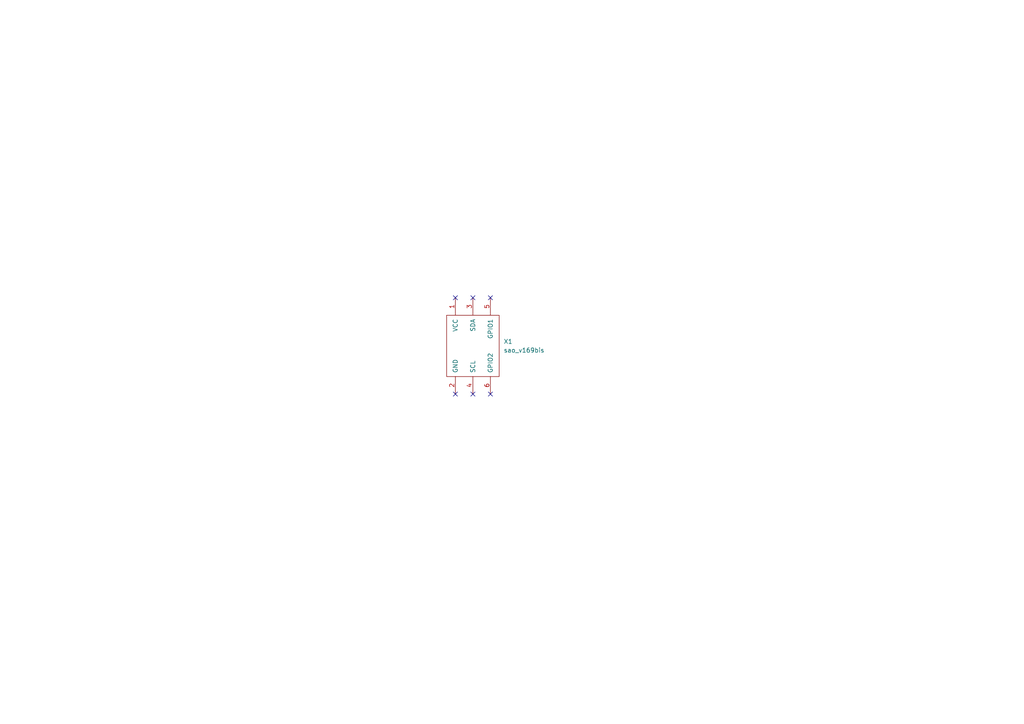
<source format=kicad_sch>
(kicad_sch (version 20211123) (generator eeschema)
  (paper "A4")
  (lib_symbols
    (symbol "BadgePiratesSymbols:Badgelife_sao_connector_v169bis" (pin_names (offset 1.016))
      (property "Reference" "X" (at 0 0 0))
      (property "Value" "Badgelife_sao_connector_v169bis" (at 0 20.32 0))
      (symbol "Badgelife_sao_connector_v169bis_0_1"
        (rectangle (start -7.62 8.89) (end 7.62 -8.89))
      )
      (symbol "Badgelife_sao_connector_v169bis_1_1"
        (pin input line (at -5.08 13.97 270) (length 5.08) (name "VCC") (number "1"))
        (pin input line (at -5.08 -13.97 90) (length 5.08) (name "GND") (number "2"))
        (pin input line (at 0 13.97 270) (length 5.08) (name "SDA") (number "3"))
        (pin input line (at 0 -13.97 90) (length 5.08) (name "SCL") (number "4"))
        (pin input line (at 5.08 13.97 270) (length 5.08) (name "GPIO1") (number "5"))
        (pin input line (at 5.08 -13.97 90) (length 5.08) (name "GPIO2") (number "6"))
      )
    )
  )
  (no_connect (at 132.08 114.3))
  (no_connect (at 132.08 86.36))
  (no_connect (at 137.16 86.36))
  (no_connect (at 142.24 86.36))
  (no_connect (at 142.24 114.3))
  (no_connect (at 137.16 114.3))
  (symbol (lib_id "BadgePiratesSymbols:Badgelife_sao_connector_v169bis") (at 137.16 100.33 0) (unit 1)
    (property "Reference" "X1" (at 146.05 99.0599 0) (effects (justify left)))
    (property "Value" "sao_v169bis" (at 146.05 101.5999 0) (effects (justify left)))
    (property "Footprint" "BadgePirates:Badgelife-SAOv169-SAO_Side_B.SLK" (effects hide))
  )
)
</source>
